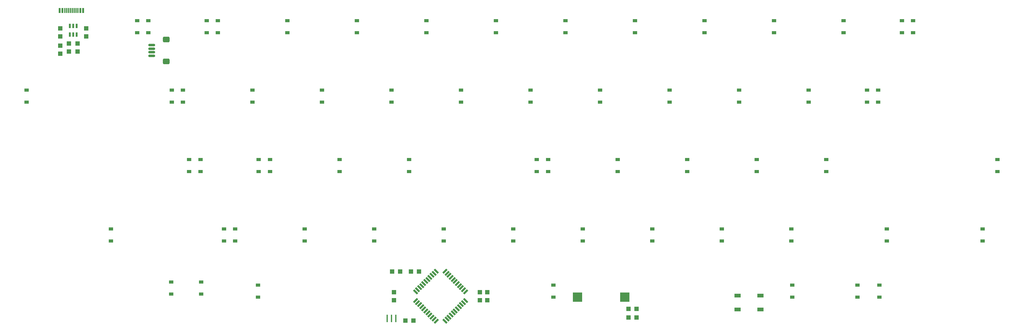
<source format=gbp>
G04 #@! TF.GenerationSoftware,KiCad,Pcbnew,(5.99.0-11336-g5116fa6d12)*
G04 #@! TF.CreationDate,2021-07-24T21:06:12+02:00*
G04 #@! TF.ProjectId,plain60-flex-mkd-ansi,706c6169-6e36-4302-9d66-6c65782d6d6b,rev?*
G04 #@! TF.SameCoordinates,Original*
G04 #@! TF.FileFunction,Paste,Bot*
G04 #@! TF.FilePolarity,Positive*
%FSLAX46Y46*%
G04 Gerber Fmt 4.6, Leading zero omitted, Abs format (unit mm)*
G04 Created by KiCad (PCBNEW (5.99.0-11336-g5116fa6d12)) date 2021-07-24 21:06:12*
%MOMM*%
%LPD*%
G01*
G04 APERTURE LIST*
G04 Aperture macros list*
%AMRoundRect*
0 Rectangle with rounded corners*
0 $1 Rounding radius*
0 $2 $3 $4 $5 $6 $7 $8 $9 X,Y pos of 4 corners*
0 Add a 4 corners polygon primitive as box body*
4,1,4,$2,$3,$4,$5,$6,$7,$8,$9,$2,$3,0*
0 Add four circle primitives for the rounded corners*
1,1,$1+$1,$2,$3*
1,1,$1+$1,$4,$5*
1,1,$1+$1,$6,$7*
1,1,$1+$1,$8,$9*
0 Add four rect primitives between the rounded corners*
20,1,$1+$1,$2,$3,$4,$5,0*
20,1,$1+$1,$4,$5,$6,$7,0*
20,1,$1+$1,$6,$7,$8,$9,0*
20,1,$1+$1,$8,$9,$2,$3,0*%
%AMRotRect*
0 Rectangle, with rotation*
0 The origin of the aperture is its center*
0 $1 length*
0 $2 width*
0 $3 Rotation angle, in degrees counterclockwise*
0 Add horizontal line*
21,1,$1,$2,0,0,$3*%
G04 Aperture macros list end*
%ADD10R,1.200000X0.900000*%
%ADD11RotRect,1.500000X0.550000X135.000000*%
%ADD12RotRect,1.500000X0.550000X45.000000*%
%ADD13R,0.400000X2.000000*%
%ADD14R,1.700000X1.000000*%
%ADD15R,1.200000X1.300000*%
%ADD16R,1.300000X1.200000*%
%ADD17R,0.600000X1.450000*%
%ADD18R,0.300000X1.450000*%
%ADD19R,1.200000X1.250000*%
%ADD20R,1.250000X1.200000*%
%ADD21R,0.600000X1.200000*%
%ADD22R,2.500000X2.500000*%
%ADD23RoundRect,0.150000X0.775000X-0.150000X0.775000X0.150000X-0.775000X0.150000X-0.775000X-0.150000X0*%
%ADD24RoundRect,0.332800X0.567200X-0.467200X0.567200X0.467200X-0.567200X0.467200X-0.567200X-0.467200X0*%
G04 APERTURE END LIST*
D10*
X239932417Y-85725561D03*
X239932417Y-82425561D03*
X216098619Y-85725561D03*
X216098619Y-82425561D03*
X150614189Y-85725561D03*
X150614189Y-82425561D03*
X69679287Y-85725561D03*
X69679287Y-82425561D03*
X268225000Y-70325000D03*
X268225000Y-67025000D03*
X242031460Y-70325056D03*
X242031460Y-67025056D03*
X215837500Y-70325000D03*
X215837500Y-67025000D03*
X196787500Y-70325000D03*
X196787500Y-67025000D03*
X139637500Y-70325000D03*
X139637500Y-67025000D03*
X101537500Y-70325000D03*
X101537500Y-67025000D03*
X82487500Y-70325000D03*
X82487500Y-67025000D03*
X220600000Y-32225000D03*
X220600000Y-28925000D03*
X225362500Y-51275000D03*
X225362500Y-47975000D03*
X49150000Y-32225000D03*
X49150000Y-28925000D03*
X182500000Y-32225000D03*
X182500000Y-28925000D03*
X206312500Y-51275000D03*
X206312500Y-47975000D03*
X111062500Y-51275000D03*
X111062500Y-47975000D03*
X53912500Y-51275000D03*
X53912500Y-47975000D03*
X187262500Y-51275000D03*
X187262500Y-47975000D03*
X146112500Y-51275000D03*
X146112500Y-47975000D03*
X50862500Y-51275000D03*
X50862500Y-47975000D03*
X72962500Y-51275000D03*
X72962500Y-47975000D03*
X106300000Y-32225000D03*
X106300000Y-28925000D03*
X201550000Y-32225000D03*
X201550000Y-28925000D03*
X125350000Y-32225000D03*
X125350000Y-28925000D03*
X163450000Y-32225000D03*
X163450000Y-28925000D03*
X149162500Y-51275000D03*
X149162500Y-47975000D03*
X92012500Y-51275000D03*
X92012500Y-47975000D03*
X60387500Y-70325000D03*
X60387500Y-67025000D03*
X158687500Y-70325000D03*
X158687500Y-67025000D03*
X272318700Y-51275000D03*
X272318700Y-47975000D03*
X45904299Y-84900061D03*
X45904299Y-81600061D03*
X168212500Y-51275000D03*
X168212500Y-47975000D03*
X87250000Y-32225000D03*
X87250000Y-28925000D03*
X239650000Y-32225000D03*
X239650000Y-28925000D03*
X69912500Y-51275000D03*
X69912500Y-47975000D03*
X144400000Y-32225000D03*
X144400000Y-28925000D03*
X177737500Y-70325000D03*
X177737500Y-67025000D03*
X120587500Y-70325000D03*
X120587500Y-67025000D03*
X68200000Y-32225000D03*
X68200000Y-28925000D03*
D11*
X126576021Y-86684407D03*
X126010335Y-87250092D03*
X125444650Y-87815777D03*
X124878965Y-88381463D03*
X124313279Y-88947148D03*
X123747594Y-89512834D03*
X123181908Y-90078519D03*
X122616223Y-90644205D03*
X122050537Y-91209890D03*
X121484852Y-91775575D03*
X120919167Y-92341261D03*
D12*
X118515003Y-92341261D03*
X117949318Y-91775575D03*
X117383633Y-91209890D03*
X116817947Y-90644205D03*
X116252262Y-90078519D03*
X115686576Y-89512834D03*
X115120891Y-88947148D03*
X114555205Y-88381463D03*
X113989520Y-87815777D03*
X113423835Y-87250092D03*
X112858149Y-86684407D03*
D11*
X112858149Y-84280243D03*
X113423835Y-83714558D03*
X113989520Y-83148873D03*
X114555205Y-82583187D03*
X115120891Y-82017502D03*
X115686576Y-81451816D03*
X116252262Y-80886131D03*
X116817947Y-80320445D03*
X117383633Y-79754760D03*
X117949318Y-79189075D03*
X118515003Y-78623389D03*
D12*
X120919167Y-78623389D03*
X121484852Y-79189075D03*
X122050537Y-79754760D03*
X122616223Y-80320445D03*
X123181908Y-80886131D03*
X123747594Y-81451816D03*
X124313279Y-82017502D03*
X124878965Y-82583187D03*
X125444650Y-83148873D03*
X126010335Y-83714558D03*
X126576021Y-84280243D03*
D13*
X105079287Y-91600061D03*
X107479287Y-91600061D03*
X106279287Y-91600061D03*
D14*
X201079287Y-85300061D03*
X207379287Y-85300061D03*
X207379287Y-89100061D03*
X201079287Y-89100061D03*
D15*
X106479287Y-78700061D03*
X108679287Y-78700061D03*
D10*
X172975000Y-13175000D03*
X172975000Y-9875000D03*
X153925000Y-13175000D03*
X153925000Y-9875000D03*
X230125000Y-13175000D03*
X230125000Y-9875000D03*
X192025000Y-13175000D03*
X192025000Y-9875000D03*
X246125000Y-13175000D03*
X246125000Y-9875000D03*
X46100000Y-32225000D03*
X46100000Y-28925000D03*
X6287500Y-32225000D03*
X6287500Y-28925000D03*
X211075000Y-13175000D03*
X211075000Y-9875000D03*
X115825000Y-13175000D03*
X115825000Y-9875000D03*
X55625000Y-13175000D03*
X55625000Y-9875000D03*
X77725000Y-13175000D03*
X77725000Y-9875000D03*
X134875000Y-13175000D03*
X134875000Y-9875000D03*
X96775000Y-13175000D03*
X96775000Y-9875000D03*
X58675000Y-13175000D03*
X58675000Y-9875000D03*
X233979287Y-85725561D03*
X233979287Y-82425561D03*
D16*
X17859390Y-18364077D03*
X17859390Y-16164077D03*
D17*
X15343000Y-7075000D03*
X16118000Y-7075000D03*
D18*
X16818000Y-7075000D03*
X17318000Y-7075000D03*
X17818000Y-7075000D03*
X18318000Y-7075000D03*
X18818000Y-7075000D03*
X19318000Y-7075000D03*
X19818000Y-7075000D03*
X20318000Y-7075000D03*
D17*
X21018000Y-7075000D03*
X21793000Y-7075000D03*
D10*
X63437500Y-70325000D03*
X63437500Y-67025000D03*
D19*
X110129287Y-92150061D03*
X112329287Y-92150061D03*
D20*
X130529287Y-84400061D03*
X130529287Y-86600061D03*
D10*
X29431250Y-70325000D03*
X29431250Y-67025000D03*
X236600000Y-32225000D03*
X236600000Y-28925000D03*
D16*
X15478138Y-18959390D03*
X15478138Y-16759390D03*
D10*
X36575000Y-13175000D03*
X36575000Y-9875000D03*
D16*
X20240642Y-16164077D03*
X20240642Y-18364077D03*
D19*
X171189287Y-91371313D03*
X173389287Y-91371313D03*
D20*
X106929287Y-86550061D03*
X106929287Y-84350061D03*
D15*
X173389287Y-88990061D03*
X171189287Y-88990061D03*
D16*
X22621894Y-11996886D03*
X22621894Y-14196886D03*
D10*
X39625000Y-13175000D03*
X39625000Y-9875000D03*
X54128819Y-84900061D03*
X54128819Y-81600061D03*
D21*
X18100016Y-11351573D03*
X19050016Y-11351573D03*
X20000016Y-11351573D03*
X20000016Y-13651573D03*
X19050016Y-13651573D03*
X18100016Y-13651573D03*
D16*
X15478138Y-14196886D03*
X15478138Y-11996886D03*
D22*
X157211075Y-85725072D03*
X170211075Y-85725072D03*
D20*
X132529287Y-84400061D03*
X132529287Y-86600061D03*
D19*
X113829287Y-78700061D03*
X111629287Y-78700061D03*
D23*
X40548273Y-16549549D03*
X40548273Y-17549549D03*
X40548273Y-18549549D03*
X40548273Y-19549549D03*
D24*
X44573273Y-15049549D03*
X44573273Y-21049549D03*
D10*
X249174977Y-13175061D03*
X249174977Y-9875061D03*
M02*

</source>
